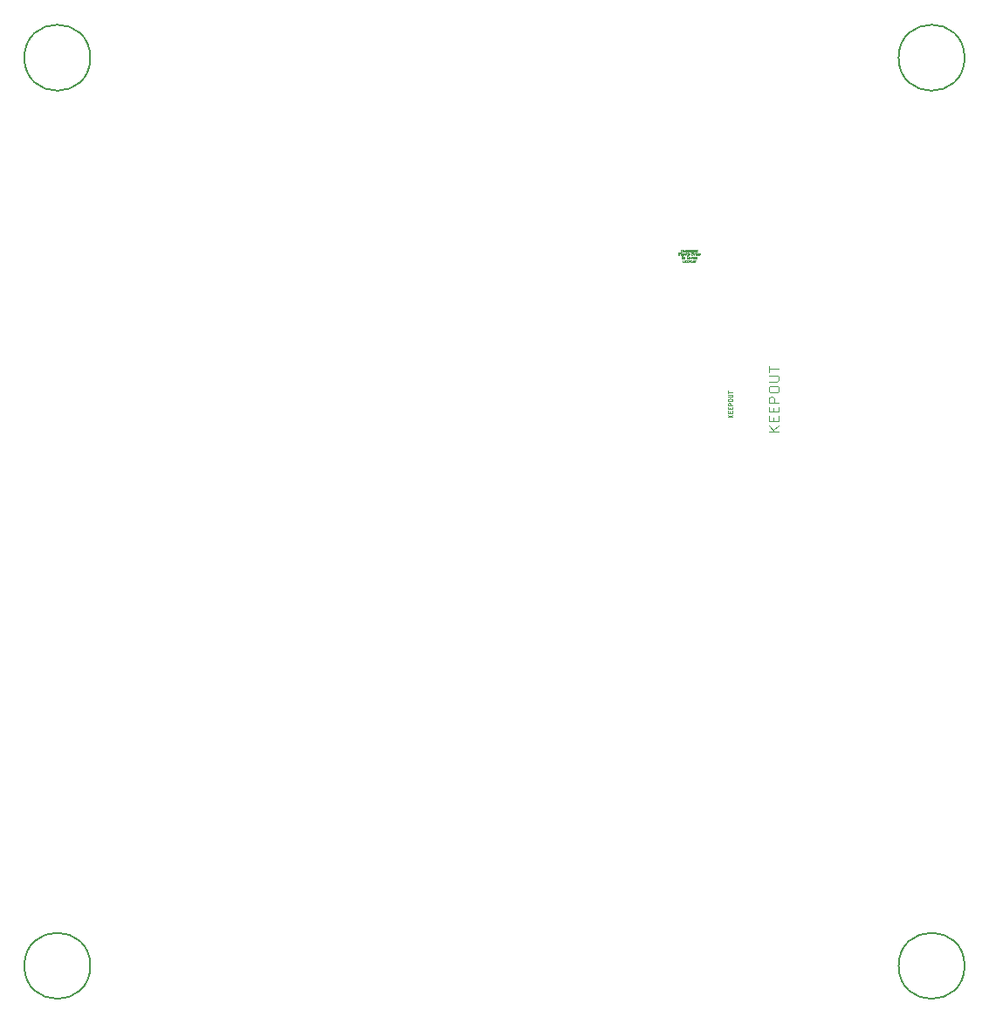
<source format=gbr>
%TF.GenerationSoftware,KiCad,Pcbnew,(6.0.7)*%
%TF.CreationDate,2023-04-27T13:47:55+08:00*%
%TF.ProjectId,Engineering 2023 UAV flight controller,456e6769-6e65-4657-9269-6e6720323032,1*%
%TF.SameCoordinates,Original*%
%TF.FileFunction,Other,Comment*%
%FSLAX46Y46*%
G04 Gerber Fmt 4.6, Leading zero omitted, Abs format (unit mm)*
G04 Created by KiCad (PCBNEW (6.0.7)) date 2023-04-27 13:47:55*
%MOMM*%
%LPD*%
G01*
G04 APERTURE LIST*
%ADD10C,0.060000*%
%ADD11C,0.100000*%
%ADD12C,0.040000*%
%ADD13C,0.150000*%
G04 APERTURE END LIST*
D10*
%TO.C,J1*%
X174855952Y-82818095D02*
X174455952Y-82818095D01*
X174855952Y-82589523D02*
X174627380Y-82760952D01*
X174455952Y-82589523D02*
X174684523Y-82818095D01*
X174646428Y-82418095D02*
X174646428Y-82284761D01*
X174855952Y-82227619D02*
X174855952Y-82418095D01*
X174455952Y-82418095D01*
X174455952Y-82227619D01*
X174646428Y-82056190D02*
X174646428Y-81922857D01*
X174855952Y-81865714D02*
X174855952Y-82056190D01*
X174455952Y-82056190D01*
X174455952Y-81865714D01*
X174855952Y-81694285D02*
X174455952Y-81694285D01*
X174455952Y-81541904D01*
X174475000Y-81503809D01*
X174494047Y-81484761D01*
X174532142Y-81465714D01*
X174589285Y-81465714D01*
X174627380Y-81484761D01*
X174646428Y-81503809D01*
X174665476Y-81541904D01*
X174665476Y-81694285D01*
X174455952Y-81218095D02*
X174455952Y-81141904D01*
X174475000Y-81103809D01*
X174513095Y-81065714D01*
X174589285Y-81046666D01*
X174722619Y-81046666D01*
X174798809Y-81065714D01*
X174836904Y-81103809D01*
X174855952Y-81141904D01*
X174855952Y-81218095D01*
X174836904Y-81256190D01*
X174798809Y-81294285D01*
X174722619Y-81313333D01*
X174589285Y-81313333D01*
X174513095Y-81294285D01*
X174475000Y-81256190D01*
X174455952Y-81218095D01*
X174455952Y-80875238D02*
X174779761Y-80875238D01*
X174817857Y-80856190D01*
X174836904Y-80837142D01*
X174855952Y-80799047D01*
X174855952Y-80722857D01*
X174836904Y-80684761D01*
X174817857Y-80665714D01*
X174779761Y-80646666D01*
X174455952Y-80646666D01*
X174455952Y-80513333D02*
X174455952Y-80284761D01*
X174855952Y-80399047D02*
X174455952Y-80399047D01*
D11*
X179402380Y-84225238D02*
X178402380Y-84225238D01*
X179402380Y-83653809D02*
X178830952Y-84082380D01*
X178402380Y-83653809D02*
X178973809Y-84225238D01*
X178878571Y-83225238D02*
X178878571Y-82891904D01*
X179402380Y-82749047D02*
X179402380Y-83225238D01*
X178402380Y-83225238D01*
X178402380Y-82749047D01*
X178878571Y-82320476D02*
X178878571Y-81987142D01*
X179402380Y-81844285D02*
X179402380Y-82320476D01*
X178402380Y-82320476D01*
X178402380Y-81844285D01*
X179402380Y-81415714D02*
X178402380Y-81415714D01*
X178402380Y-81034761D01*
X178450000Y-80939523D01*
X178497619Y-80891904D01*
X178592857Y-80844285D01*
X178735714Y-80844285D01*
X178830952Y-80891904D01*
X178878571Y-80939523D01*
X178926190Y-81034761D01*
X178926190Y-81415714D01*
X178402380Y-80225238D02*
X178402380Y-80034761D01*
X178450000Y-79939523D01*
X178545238Y-79844285D01*
X178735714Y-79796666D01*
X179069047Y-79796666D01*
X179259523Y-79844285D01*
X179354761Y-79939523D01*
X179402380Y-80034761D01*
X179402380Y-80225238D01*
X179354761Y-80320476D01*
X179259523Y-80415714D01*
X179069047Y-80463333D01*
X178735714Y-80463333D01*
X178545238Y-80415714D01*
X178450000Y-80320476D01*
X178402380Y-80225238D01*
X178402380Y-79368095D02*
X179211904Y-79368095D01*
X179307142Y-79320476D01*
X179354761Y-79272857D01*
X179402380Y-79177619D01*
X179402380Y-78987142D01*
X179354761Y-78891904D01*
X179307142Y-78844285D01*
X179211904Y-78796666D01*
X178402380Y-78796666D01*
X178402380Y-78463333D02*
X178402380Y-77891904D01*
X179402380Y-78177619D02*
X178402380Y-78177619D01*
D12*
%TO.C,U6*%
X170008333Y-66771428D02*
X169998809Y-66780952D01*
X169970238Y-66790476D01*
X169951190Y-66790476D01*
X169922619Y-66780952D01*
X169903571Y-66761904D01*
X169894047Y-66742857D01*
X169884523Y-66704761D01*
X169884523Y-66676190D01*
X169894047Y-66638095D01*
X169903571Y-66619047D01*
X169922619Y-66600000D01*
X169951190Y-66590476D01*
X169970238Y-66590476D01*
X169998809Y-66600000D01*
X170008333Y-66609523D01*
X170122619Y-66790476D02*
X170103571Y-66780952D01*
X170094047Y-66771428D01*
X170084523Y-66752380D01*
X170084523Y-66695238D01*
X170094047Y-66676190D01*
X170103571Y-66666666D01*
X170122619Y-66657142D01*
X170151190Y-66657142D01*
X170170238Y-66666666D01*
X170179761Y-66676190D01*
X170189285Y-66695238D01*
X170189285Y-66752380D01*
X170179761Y-66771428D01*
X170170238Y-66780952D01*
X170151190Y-66790476D01*
X170122619Y-66790476D01*
X170275000Y-66790476D02*
X170275000Y-66657142D01*
X170275000Y-66676190D02*
X170284523Y-66666666D01*
X170303571Y-66657142D01*
X170332142Y-66657142D01*
X170351190Y-66666666D01*
X170360714Y-66685714D01*
X170360714Y-66790476D01*
X170360714Y-66685714D02*
X170370238Y-66666666D01*
X170389285Y-66657142D01*
X170417857Y-66657142D01*
X170436904Y-66666666D01*
X170446428Y-66685714D01*
X170446428Y-66790476D01*
X170541666Y-66657142D02*
X170541666Y-66857142D01*
X170541666Y-66666666D02*
X170560714Y-66657142D01*
X170598809Y-66657142D01*
X170617857Y-66666666D01*
X170627380Y-66676190D01*
X170636904Y-66695238D01*
X170636904Y-66752380D01*
X170627380Y-66771428D01*
X170617857Y-66780952D01*
X170598809Y-66790476D01*
X170560714Y-66790476D01*
X170541666Y-66780952D01*
X170751190Y-66790476D02*
X170732142Y-66780952D01*
X170722619Y-66771428D01*
X170713095Y-66752380D01*
X170713095Y-66695238D01*
X170722619Y-66676190D01*
X170732142Y-66666666D01*
X170751190Y-66657142D01*
X170779761Y-66657142D01*
X170798809Y-66666666D01*
X170808333Y-66676190D01*
X170817857Y-66695238D01*
X170817857Y-66752380D01*
X170808333Y-66771428D01*
X170798809Y-66780952D01*
X170779761Y-66790476D01*
X170751190Y-66790476D01*
X170903571Y-66657142D02*
X170903571Y-66790476D01*
X170903571Y-66676190D02*
X170913095Y-66666666D01*
X170932142Y-66657142D01*
X170960714Y-66657142D01*
X170979761Y-66666666D01*
X170989285Y-66685714D01*
X170989285Y-66790476D01*
X171160714Y-66780952D02*
X171141666Y-66790476D01*
X171103571Y-66790476D01*
X171084523Y-66780952D01*
X171075000Y-66761904D01*
X171075000Y-66685714D01*
X171084523Y-66666666D01*
X171103571Y-66657142D01*
X171141666Y-66657142D01*
X171160714Y-66666666D01*
X171170238Y-66685714D01*
X171170238Y-66704761D01*
X171075000Y-66723809D01*
X171255952Y-66657142D02*
X171255952Y-66790476D01*
X171255952Y-66676190D02*
X171265476Y-66666666D01*
X171284523Y-66657142D01*
X171313095Y-66657142D01*
X171332142Y-66666666D01*
X171341666Y-66685714D01*
X171341666Y-66790476D01*
X171408333Y-66657142D02*
X171484523Y-66657142D01*
X171436904Y-66590476D02*
X171436904Y-66761904D01*
X171446428Y-66780952D01*
X171465476Y-66790476D01*
X171484523Y-66790476D01*
X169932142Y-67440476D02*
X169932142Y-67240476D01*
X170046428Y-67440476D01*
X170046428Y-67240476D01*
X170170238Y-67440476D02*
X170151190Y-67430952D01*
X170141666Y-67421428D01*
X170132142Y-67402380D01*
X170132142Y-67345238D01*
X170141666Y-67326190D01*
X170151190Y-67316666D01*
X170170238Y-67307142D01*
X170198809Y-67307142D01*
X170217857Y-67316666D01*
X170227380Y-67326190D01*
X170236904Y-67345238D01*
X170236904Y-67402380D01*
X170227380Y-67421428D01*
X170217857Y-67430952D01*
X170198809Y-67440476D01*
X170170238Y-67440476D01*
X170589285Y-67421428D02*
X170579761Y-67430952D01*
X170551190Y-67440476D01*
X170532142Y-67440476D01*
X170503571Y-67430952D01*
X170484523Y-67411904D01*
X170475000Y-67392857D01*
X170465476Y-67354761D01*
X170465476Y-67326190D01*
X170475000Y-67288095D01*
X170484523Y-67269047D01*
X170503571Y-67250000D01*
X170532142Y-67240476D01*
X170551190Y-67240476D01*
X170579761Y-67250000D01*
X170589285Y-67259523D01*
X170703571Y-67440476D02*
X170684523Y-67430952D01*
X170675000Y-67421428D01*
X170665476Y-67402380D01*
X170665476Y-67345238D01*
X170675000Y-67326190D01*
X170684523Y-67316666D01*
X170703571Y-67307142D01*
X170732142Y-67307142D01*
X170751190Y-67316666D01*
X170760714Y-67326190D01*
X170770238Y-67345238D01*
X170770238Y-67402380D01*
X170760714Y-67421428D01*
X170751190Y-67430952D01*
X170732142Y-67440476D01*
X170703571Y-67440476D01*
X170855952Y-67307142D02*
X170855952Y-67507142D01*
X170855952Y-67316666D02*
X170875000Y-67307142D01*
X170913095Y-67307142D01*
X170932142Y-67316666D01*
X170941666Y-67326190D01*
X170951190Y-67345238D01*
X170951190Y-67402380D01*
X170941666Y-67421428D01*
X170932142Y-67430952D01*
X170913095Y-67440476D01*
X170875000Y-67440476D01*
X170855952Y-67430952D01*
X171036904Y-67307142D02*
X171036904Y-67507142D01*
X171036904Y-67316666D02*
X171055952Y-67307142D01*
X171094047Y-67307142D01*
X171113095Y-67316666D01*
X171122619Y-67326190D01*
X171132142Y-67345238D01*
X171132142Y-67402380D01*
X171122619Y-67421428D01*
X171113095Y-67430952D01*
X171094047Y-67440476D01*
X171055952Y-67440476D01*
X171036904Y-67430952D01*
X171294047Y-67430952D02*
X171275000Y-67440476D01*
X171236904Y-67440476D01*
X171217857Y-67430952D01*
X171208333Y-67411904D01*
X171208333Y-67335714D01*
X171217857Y-67316666D01*
X171236904Y-67307142D01*
X171275000Y-67307142D01*
X171294047Y-67316666D01*
X171303571Y-67335714D01*
X171303571Y-67354761D01*
X171208333Y-67373809D01*
X171389285Y-67440476D02*
X171389285Y-67307142D01*
X171389285Y-67345238D02*
X171398809Y-67326190D01*
X171408333Y-67316666D01*
X171427380Y-67307142D01*
X171446428Y-67307142D01*
X170055952Y-67840476D02*
X170055952Y-67640476D01*
X170170238Y-67840476D02*
X170084523Y-67726190D01*
X170170238Y-67640476D02*
X170055952Y-67754761D01*
X170255952Y-67735714D02*
X170322619Y-67735714D01*
X170351190Y-67840476D02*
X170255952Y-67840476D01*
X170255952Y-67640476D01*
X170351190Y-67640476D01*
X170436904Y-67735714D02*
X170503571Y-67735714D01*
X170532142Y-67840476D02*
X170436904Y-67840476D01*
X170436904Y-67640476D01*
X170532142Y-67640476D01*
X170617857Y-67840476D02*
X170617857Y-67640476D01*
X170694047Y-67640476D01*
X170713095Y-67650000D01*
X170722619Y-67659523D01*
X170732142Y-67678571D01*
X170732142Y-67707142D01*
X170722619Y-67726190D01*
X170713095Y-67735714D01*
X170694047Y-67745238D01*
X170617857Y-67745238D01*
X170855952Y-67640476D02*
X170894047Y-67640476D01*
X170913095Y-67650000D01*
X170932142Y-67669047D01*
X170941666Y-67707142D01*
X170941666Y-67773809D01*
X170932142Y-67811904D01*
X170913095Y-67830952D01*
X170894047Y-67840476D01*
X170855952Y-67840476D01*
X170836904Y-67830952D01*
X170817857Y-67811904D01*
X170808333Y-67773809D01*
X170808333Y-67707142D01*
X170817857Y-67669047D01*
X170836904Y-67650000D01*
X170855952Y-67640476D01*
X171027380Y-67640476D02*
X171027380Y-67802380D01*
X171036904Y-67821428D01*
X171046428Y-67830952D01*
X171065476Y-67840476D01*
X171103571Y-67840476D01*
X171122619Y-67830952D01*
X171132142Y-67821428D01*
X171141666Y-67802380D01*
X171141666Y-67640476D01*
X171208333Y-67640476D02*
X171322619Y-67640476D01*
X171265476Y-67840476D02*
X171265476Y-67640476D01*
X169646428Y-67090476D02*
X169646428Y-66890476D01*
X169694047Y-66890476D01*
X169722619Y-66900000D01*
X169741666Y-66919047D01*
X169751190Y-66938095D01*
X169760714Y-66976190D01*
X169760714Y-67004761D01*
X169751190Y-67042857D01*
X169741666Y-67061904D01*
X169722619Y-67080952D01*
X169694047Y-67090476D01*
X169646428Y-67090476D01*
X169846428Y-67090476D02*
X169846428Y-66957142D01*
X169846428Y-66890476D02*
X169836904Y-66900000D01*
X169846428Y-66909523D01*
X169855952Y-66900000D01*
X169846428Y-66890476D01*
X169846428Y-66909523D01*
X169941666Y-67090476D02*
X169941666Y-66957142D01*
X169941666Y-66995238D02*
X169951190Y-66976190D01*
X169960714Y-66966666D01*
X169979761Y-66957142D01*
X169998809Y-66957142D01*
X170141666Y-67080952D02*
X170122619Y-67090476D01*
X170084523Y-67090476D01*
X170065476Y-67080952D01*
X170055952Y-67061904D01*
X170055952Y-66985714D01*
X170065476Y-66966666D01*
X170084523Y-66957142D01*
X170122619Y-66957142D01*
X170141666Y-66966666D01*
X170151190Y-66985714D01*
X170151190Y-67004761D01*
X170055952Y-67023809D01*
X170322619Y-67080952D02*
X170303571Y-67090476D01*
X170265476Y-67090476D01*
X170246428Y-67080952D01*
X170236904Y-67071428D01*
X170227380Y-67052380D01*
X170227380Y-66995238D01*
X170236904Y-66976190D01*
X170246428Y-66966666D01*
X170265476Y-66957142D01*
X170303571Y-66957142D01*
X170322619Y-66966666D01*
X170379761Y-66957142D02*
X170455952Y-66957142D01*
X170408333Y-66890476D02*
X170408333Y-67061904D01*
X170417857Y-67080952D01*
X170436904Y-67090476D01*
X170455952Y-67090476D01*
X170551190Y-67090476D02*
X170532142Y-67080952D01*
X170522619Y-67061904D01*
X170522619Y-66890476D01*
X170608333Y-66957142D02*
X170655952Y-67090476D01*
X170703571Y-66957142D02*
X170655952Y-67090476D01*
X170636904Y-67138095D01*
X170627380Y-67147619D01*
X170608333Y-67157142D01*
X170998809Y-66985714D02*
X171027380Y-66995238D01*
X171036904Y-67004761D01*
X171046428Y-67023809D01*
X171046428Y-67052380D01*
X171036904Y-67071428D01*
X171027380Y-67080952D01*
X171008333Y-67090476D01*
X170932142Y-67090476D01*
X170932142Y-66890476D01*
X170998809Y-66890476D01*
X171017857Y-66900000D01*
X171027380Y-66909523D01*
X171036904Y-66928571D01*
X171036904Y-66947619D01*
X171027380Y-66966666D01*
X171017857Y-66976190D01*
X170998809Y-66985714D01*
X170932142Y-66985714D01*
X171208333Y-67080952D02*
X171189285Y-67090476D01*
X171151190Y-67090476D01*
X171132142Y-67080952D01*
X171122619Y-67061904D01*
X171122619Y-66985714D01*
X171132142Y-66966666D01*
X171151190Y-66957142D01*
X171189285Y-66957142D01*
X171208333Y-66966666D01*
X171217857Y-66985714D01*
X171217857Y-67004761D01*
X171122619Y-67023809D01*
X171332142Y-67090476D02*
X171313095Y-67080952D01*
X171303571Y-67061904D01*
X171303571Y-66890476D01*
X171436904Y-67090476D02*
X171417857Y-67080952D01*
X171408333Y-67071428D01*
X171398809Y-67052380D01*
X171398809Y-66995238D01*
X171408333Y-66976190D01*
X171417857Y-66966666D01*
X171436904Y-66957142D01*
X171465476Y-66957142D01*
X171484523Y-66966666D01*
X171494047Y-66976190D01*
X171503571Y-66995238D01*
X171503571Y-67052380D01*
X171494047Y-67071428D01*
X171484523Y-67080952D01*
X171465476Y-67090476D01*
X171436904Y-67090476D01*
X171570238Y-66957142D02*
X171608333Y-67090476D01*
X171646428Y-66995238D01*
X171684523Y-67090476D01*
X171722619Y-66957142D01*
D13*
%TO.C,H2*%
X197400000Y-48000000D02*
G75*
G03*
X197400000Y-48000000I-3200000J0D01*
G01*
%TO.C,H1*%
X112600000Y-136000000D02*
G75*
G03*
X112600000Y-136000000I-3200000J0D01*
G01*
%TO.C,H4*%
X112600000Y-48000000D02*
G75*
G03*
X112600000Y-48000000I-3200000J0D01*
G01*
%TO.C,H3*%
X197400000Y-136000000D02*
G75*
G03*
X197400000Y-136000000I-3200000J0D01*
G01*
%TD*%
M02*

</source>
